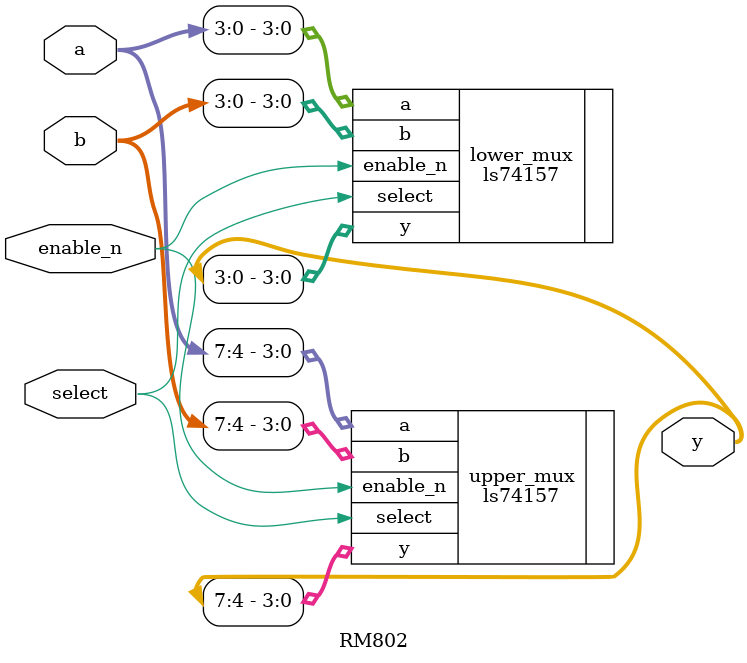
<source format=v>
module RM802 (
    input [7:0] a,
    input [7:0] b,
    input select,
    input enable_n,
    output [7:0] y
);

    ls74157 lower_mux (
        .a(a[3:0]),
        .b(b[3:0]),
        .select(select),
        .enable_n(enable_n),
        .y(y[3:0])
    );

    ls74157 upper_mux (
        .a(a[7:4]),
        .b(b[7:4]),
        .select(select),
        .enable_n(enable_n),
        .y(y[7:4])
    );

endmodule

</source>
